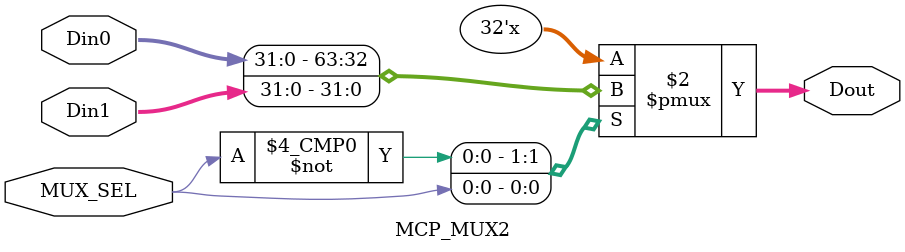
<source format=v>
`timescale 1ns / 1ps


module MCP_MUX2 #(parameter WL = 32)
             (input wire  MUX_SEL,
              input wire [WL - 1:0] Din0, Din1,
              output reg [WL - 1:0] Dout);

//I guess this is just a case statement controlled by the SEL
    always @(MUX_SEL, Din0, Din1)
    begin
        case(MUX_SEL)
            1'b0: Dout = Din0;
            1'b1: Dout = Din1;
        endcase
    end
endmodule

</source>
